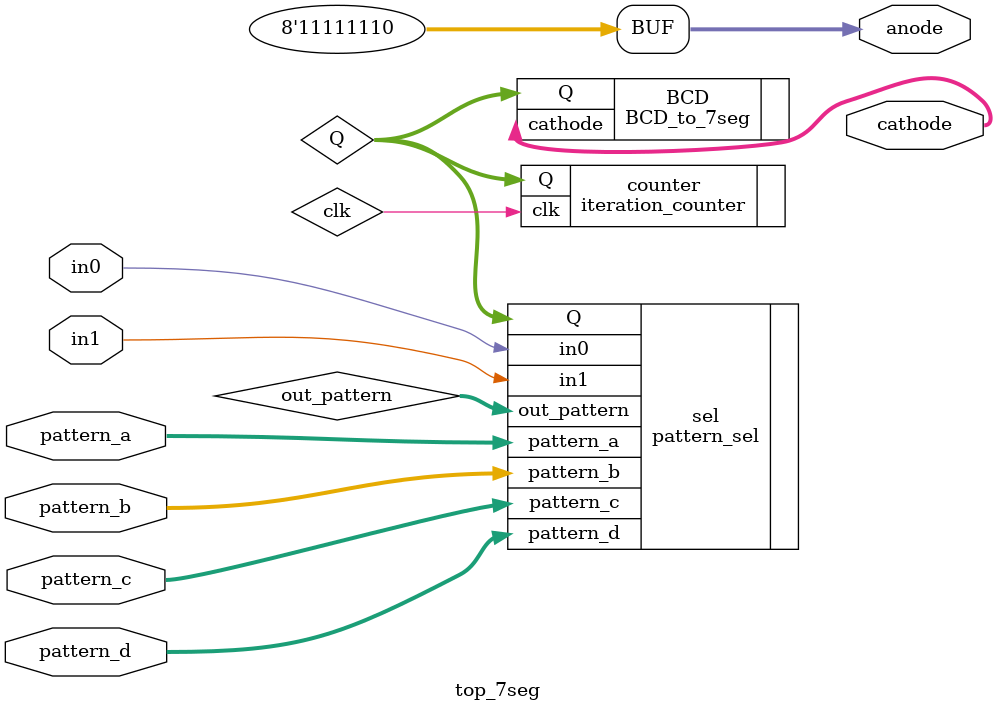
<source format=v>
`timescale 1ns / 1ps


module top_7seg(
    input in1,
    input in0,
    input [1:0] pattern_a, // Glider
    input [1:0] pattern_b, // Blinker
    input [1:0] pattern_c, // Beacon
    input [1:0] pattern_d,
    output[7:0] cathode,
    output [7:0] anode
    );
    
    assign anode = 8'b1111_1110;
    wire [3:0] Q;
    wire [1:0] out_pattern;
    
    BCD_to_7seg
        BCD(.Q(Q),.cathode(cathode));
    
    pattern_sel
        sel(.in1(in1),.in0(in0),.pattern_a(pattern_a),.pattern_b(pattern_b),.pattern_c(pattern_c),.pattern_d(pattern_d),.Q(Q),.out_pattern(out_pattern));
        
    iteration_counter
        counter(.clk(clk), .Q(Q));
endmodule

</source>
